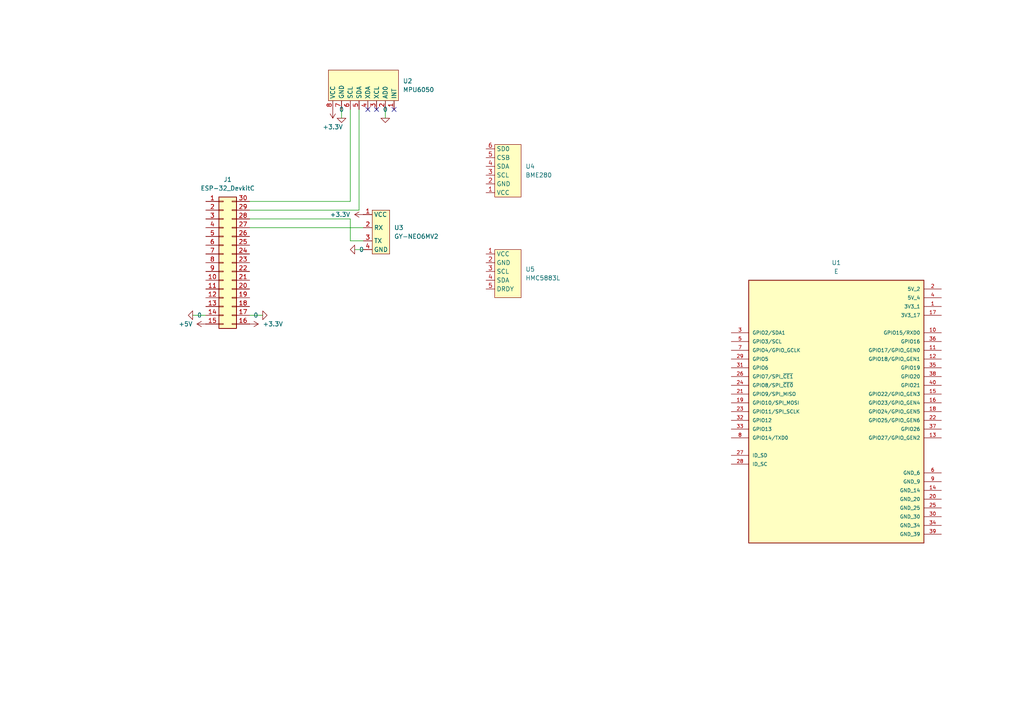
<source format=kicad_sch>
(kicad_sch
	(version 20250114)
	(generator "eeschema")
	(generator_version "9.0")
	(uuid "55e330e9-993a-4560-8214-1fd00c179192")
	(paper "A4")
	(lib_symbols
		(symbol "BME280:BME280m"
			(exclude_from_sim no)
			(in_bom yes)
			(on_board yes)
			(property "Reference" "U"
				(at 0 0 0)
				(effects
					(font
						(size 1.27 1.27)
					)
				)
			)
			(property "Value" "BME280"
				(at 0 0 0)
				(effects
					(font
						(size 1.27 1.27)
					)
				)
			)
			(property "Footprint" "BME280_module:BME280_footprint"
				(at 0 0 0)
				(effects
					(font
						(size 1.27 1.27)
					)
					(hide yes)
				)
			)
			(property "Datasheet" ""
				(at 0 0 0)
				(effects
					(font
						(size 1.27 1.27)
					)
					(hide yes)
				)
			)
			(property "Description" ""
				(at 0 0 0)
				(effects
					(font
						(size 1.27 1.27)
					)
					(hide yes)
				)
			)
			(symbol "BME280m_1_1"
				(rectangle
					(start -7.62 -2.54)
					(end 0 -17.78)
					(stroke
						(width 0)
						(type solid)
					)
					(fill
						(type background)
					)
				)
				(pin power_in line
					(at 2.54 -3.81 180)
					(length 2.54)
					(name "VCC"
						(effects
							(font
								(size 1.27 1.27)
							)
						)
					)
					(number "1"
						(effects
							(font
								(size 1.27 1.27)
							)
						)
					)
				)
				(pin output line
					(at 2.54 -6.35 180)
					(length 2.54)
					(name "GND"
						(effects
							(font
								(size 1.27 1.27)
							)
						)
					)
					(number "2"
						(effects
							(font
								(size 1.27 1.27)
							)
						)
					)
				)
				(pin input line
					(at 2.54 -8.89 180)
					(length 2.54)
					(name "SCL"
						(effects
							(font
								(size 1.27 1.27)
							)
						)
					)
					(number "3"
						(effects
							(font
								(size 1.27 1.27)
							)
						)
					)
				)
				(pin bidirectional line
					(at 2.54 -11.43 180)
					(length 2.54)
					(name "SDA"
						(effects
							(font
								(size 1.27 1.27)
							)
						)
					)
					(number "4"
						(effects
							(font
								(size 1.27 1.27)
							)
						)
					)
				)
				(pin input line
					(at 2.54 -13.97 180)
					(length 2.54)
					(name "CSB"
						(effects
							(font
								(size 1.27 1.27)
							)
						)
					)
					(number "5"
						(effects
							(font
								(size 1.27 1.27)
							)
						)
					)
				)
				(pin output line
					(at 2.54 -16.51 180)
					(length 2.54)
					(name "SD0"
						(effects
							(font
								(size 1.27 1.27)
							)
						)
					)
					(number "6"
						(effects
							(font
								(size 1.27 1.27)
							)
						)
					)
				)
			)
			(embedded_fonts no)
		)
		(symbol "Connector_Generic:Conn_02x15_Counter_Clockwise"
			(pin_names
				(offset 1.016)
				(hide yes)
			)
			(exclude_from_sim no)
			(in_bom yes)
			(on_board yes)
			(property "Reference" "J"
				(at 1.27 20.32 0)
				(effects
					(font
						(size 1.27 1.27)
					)
				)
			)
			(property "Value" "Conn_02x15_Counter_Clockwise"
				(at 1.27 -20.32 0)
				(effects
					(font
						(size 1.27 1.27)
					)
				)
			)
			(property "Footprint" ""
				(at 0 0 0)
				(effects
					(font
						(size 1.27 1.27)
					)
					(hide yes)
				)
			)
			(property "Datasheet" "~"
				(at 0 0 0)
				(effects
					(font
						(size 1.27 1.27)
					)
					(hide yes)
				)
			)
			(property "Description" "Generic connector, double row, 02x15, counter clockwise pin numbering scheme (similar to DIP package numbering), script generated (kicad-library-utils/schlib/autogen/connector/)"
				(at 0 0 0)
				(effects
					(font
						(size 1.27 1.27)
					)
					(hide yes)
				)
			)
			(property "ki_keywords" "connector"
				(at 0 0 0)
				(effects
					(font
						(size 1.27 1.27)
					)
					(hide yes)
				)
			)
			(property "ki_fp_filters" "Connector*:*_2x??_*"
				(at 0 0 0)
				(effects
					(font
						(size 1.27 1.27)
					)
					(hide yes)
				)
			)
			(symbol "Conn_02x15_Counter_Clockwise_1_1"
				(rectangle
					(start -1.27 19.05)
					(end 3.81 -19.05)
					(stroke
						(width 0.254)
						(type default)
					)
					(fill
						(type background)
					)
				)
				(rectangle
					(start -1.27 17.907)
					(end 0 17.653)
					(stroke
						(width 0.1524)
						(type default)
					)
					(fill
						(type none)
					)
				)
				(rectangle
					(start -1.27 15.367)
					(end 0 15.113)
					(stroke
						(width 0.1524)
						(type default)
					)
					(fill
						(type none)
					)
				)
				(rectangle
					(start -1.27 12.827)
					(end 0 12.573)
					(stroke
						(width 0.1524)
						(type default)
					)
					(fill
						(type none)
					)
				)
				(rectangle
					(start -1.27 10.287)
					(end 0 10.033)
					(stroke
						(width 0.1524)
						(type default)
					)
					(fill
						(type none)
					)
				)
				(rectangle
					(start -1.27 7.747)
					(end 0 7.493)
					(stroke
						(width 0.1524)
						(type default)
					)
					(fill
						(type none)
					)
				)
				(rectangle
					(start -1.27 5.207)
					(end 0 4.953)
					(stroke
						(width 0.1524)
						(type default)
					)
					(fill
						(type none)
					)
				)
				(rectangle
					(start -1.27 2.667)
					(end 0 2.413)
					(stroke
						(width 0.1524)
						(type default)
					)
					(fill
						(type none)
					)
				)
				(rectangle
					(start -1.27 0.127)
					(end 0 -0.127)
					(stroke
						(width 0.1524)
						(type default)
					)
					(fill
						(type none)
					)
				)
				(rectangle
					(start -1.27 -2.413)
					(end 0 -2.667)
					(stroke
						(width 0.1524)
						(type default)
					)
					(fill
						(type none)
					)
				)
				(rectangle
					(start -1.27 -4.953)
					(end 0 -5.207)
					(stroke
						(width 0.1524)
						(type default)
					)
					(fill
						(type none)
					)
				)
				(rectangle
					(start -1.27 -7.493)
					(end 0 -7.747)
					(stroke
						(width 0.1524)
						(type default)
					)
					(fill
						(type none)
					)
				)
				(rectangle
					(start -1.27 -10.033)
					(end 0 -10.287)
					(stroke
						(width 0.1524)
						(type default)
					)
					(fill
						(type none)
					)
				)
				(rectangle
					(start -1.27 -12.573)
					(end 0 -12.827)
					(stroke
						(width 0.1524)
						(type default)
					)
					(fill
						(type none)
					)
				)
				(rectangle
					(start -1.27 -15.113)
					(end 0 -15.367)
					(stroke
						(width 0.1524)
						(type default)
					)
					(fill
						(type none)
					)
				)
				(rectangle
					(start -1.27 -17.653)
					(end 0 -17.907)
					(stroke
						(width 0.1524)
						(type default)
					)
					(fill
						(type none)
					)
				)
				(rectangle
					(start 3.81 17.907)
					(end 2.54 17.653)
					(stroke
						(width 0.1524)
						(type default)
					)
					(fill
						(type none)
					)
				)
				(rectangle
					(start 3.81 15.367)
					(end 2.54 15.113)
					(stroke
						(width 0.1524)
						(type default)
					)
					(fill
						(type none)
					)
				)
				(rectangle
					(start 3.81 12.827)
					(end 2.54 12.573)
					(stroke
						(width 0.1524)
						(type default)
					)
					(fill
						(type none)
					)
				)
				(rectangle
					(start 3.81 10.287)
					(end 2.54 10.033)
					(stroke
						(width 0.1524)
						(type default)
					)
					(fill
						(type none)
					)
				)
				(rectangle
					(start 3.81 7.747)
					(end 2.54 7.493)
					(stroke
						(width 0.1524)
						(type default)
					)
					(fill
						(type none)
					)
				)
				(rectangle
					(start 3.81 5.207)
					(end 2.54 4.953)
					(stroke
						(width 0.1524)
						(type default)
					)
					(fill
						(type none)
					)
				)
				(rectangle
					(start 3.81 2.667)
					(end 2.54 2.413)
					(stroke
						(width 0.1524)
						(type default)
					)
					(fill
						(type none)
					)
				)
				(rectangle
					(start 3.81 0.127)
					(end 2.54 -0.127)
					(stroke
						(width 0.1524)
						(type default)
					)
					(fill
						(type none)
					)
				)
				(rectangle
					(start 3.81 -2.413)
					(end 2.54 -2.667)
					(stroke
						(width 0.1524)
						(type default)
					)
					(fill
						(type none)
					)
				)
				(rectangle
					(start 3.81 -4.953)
					(end 2.54 -5.207)
					(stroke
						(width 0.1524)
						(type default)
					)
					(fill
						(type none)
					)
				)
				(rectangle
					(start 3.81 -7.493)
					(end 2.54 -7.747)
					(stroke
						(width 0.1524)
						(type default)
					)
					(fill
						(type none)
					)
				)
				(rectangle
					(start 3.81 -10.033)
					(end 2.54 -10.287)
					(stroke
						(width 0.1524)
						(type default)
					)
					(fill
						(type none)
					)
				)
				(rectangle
					(start 3.81 -12.573)
					(end 2.54 -12.827)
					(stroke
						(width 0.1524)
						(type default)
					)
					(fill
						(type none)
					)
				)
				(rectangle
					(start 3.81 -15.113)
					(end 2.54 -15.367)
					(stroke
						(width 0.1524)
						(type default)
					)
					(fill
						(type none)
					)
				)
				(rectangle
					(start 3.81 -17.653)
					(end 2.54 -17.907)
					(stroke
						(width 0.1524)
						(type default)
					)
					(fill
						(type none)
					)
				)
				(pin passive line
					(at -5.08 17.78 0)
					(length 3.81)
					(name "Pin_1"
						(effects
							(font
								(size 1.27 1.27)
							)
						)
					)
					(number "1"
						(effects
							(font
								(size 1.27 1.27)
							)
						)
					)
				)
				(pin passive line
					(at -5.08 15.24 0)
					(length 3.81)
					(name "Pin_2"
						(effects
							(font
								(size 1.27 1.27)
							)
						)
					)
					(number "2"
						(effects
							(font
								(size 1.27 1.27)
							)
						)
					)
				)
				(pin passive line
					(at -5.08 12.7 0)
					(length 3.81)
					(name "Pin_3"
						(effects
							(font
								(size 1.27 1.27)
							)
						)
					)
					(number "3"
						(effects
							(font
								(size 1.27 1.27)
							)
						)
					)
				)
				(pin passive line
					(at -5.08 10.16 0)
					(length 3.81)
					(name "Pin_4"
						(effects
							(font
								(size 1.27 1.27)
							)
						)
					)
					(number "4"
						(effects
							(font
								(size 1.27 1.27)
							)
						)
					)
				)
				(pin passive line
					(at -5.08 7.62 0)
					(length 3.81)
					(name "Pin_5"
						(effects
							(font
								(size 1.27 1.27)
							)
						)
					)
					(number "5"
						(effects
							(font
								(size 1.27 1.27)
							)
						)
					)
				)
				(pin passive line
					(at -5.08 5.08 0)
					(length 3.81)
					(name "Pin_6"
						(effects
							(font
								(size 1.27 1.27)
							)
						)
					)
					(number "6"
						(effects
							(font
								(size 1.27 1.27)
							)
						)
					)
				)
				(pin passive line
					(at -5.08 2.54 0)
					(length 3.81)
					(name "Pin_7"
						(effects
							(font
								(size 1.27 1.27)
							)
						)
					)
					(number "7"
						(effects
							(font
								(size 1.27 1.27)
							)
						)
					)
				)
				(pin passive line
					(at -5.08 0 0)
					(length 3.81)
					(name "Pin_8"
						(effects
							(font
								(size 1.27 1.27)
							)
						)
					)
					(number "8"
						(effects
							(font
								(size 1.27 1.27)
							)
						)
					)
				)
				(pin passive line
					(at -5.08 -2.54 0)
					(length 3.81)
					(name "Pin_9"
						(effects
							(font
								(size 1.27 1.27)
							)
						)
					)
					(number "9"
						(effects
							(font
								(size 1.27 1.27)
							)
						)
					)
				)
				(pin passive line
					(at -5.08 -5.08 0)
					(length 3.81)
					(name "Pin_10"
						(effects
							(font
								(size 1.27 1.27)
							)
						)
					)
					(number "10"
						(effects
							(font
								(size 1.27 1.27)
							)
						)
					)
				)
				(pin passive line
					(at -5.08 -7.62 0)
					(length 3.81)
					(name "Pin_11"
						(effects
							(font
								(size 1.27 1.27)
							)
						)
					)
					(number "11"
						(effects
							(font
								(size 1.27 1.27)
							)
						)
					)
				)
				(pin passive line
					(at -5.08 -10.16 0)
					(length 3.81)
					(name "Pin_12"
						(effects
							(font
								(size 1.27 1.27)
							)
						)
					)
					(number "12"
						(effects
							(font
								(size 1.27 1.27)
							)
						)
					)
				)
				(pin passive line
					(at -5.08 -12.7 0)
					(length 3.81)
					(name "Pin_13"
						(effects
							(font
								(size 1.27 1.27)
							)
						)
					)
					(number "13"
						(effects
							(font
								(size 1.27 1.27)
							)
						)
					)
				)
				(pin passive line
					(at -5.08 -15.24 0)
					(length 3.81)
					(name "Pin_14"
						(effects
							(font
								(size 1.27 1.27)
							)
						)
					)
					(number "14"
						(effects
							(font
								(size 1.27 1.27)
							)
						)
					)
				)
				(pin passive line
					(at -5.08 -17.78 0)
					(length 3.81)
					(name "Pin_15"
						(effects
							(font
								(size 1.27 1.27)
							)
						)
					)
					(number "15"
						(effects
							(font
								(size 1.27 1.27)
							)
						)
					)
				)
				(pin passive line
					(at 7.62 17.78 180)
					(length 3.81)
					(name "Pin_30"
						(effects
							(font
								(size 1.27 1.27)
							)
						)
					)
					(number "30"
						(effects
							(font
								(size 1.27 1.27)
							)
						)
					)
				)
				(pin passive line
					(at 7.62 15.24 180)
					(length 3.81)
					(name "Pin_29"
						(effects
							(font
								(size 1.27 1.27)
							)
						)
					)
					(number "29"
						(effects
							(font
								(size 1.27 1.27)
							)
						)
					)
				)
				(pin passive line
					(at 7.62 12.7 180)
					(length 3.81)
					(name "Pin_28"
						(effects
							(font
								(size 1.27 1.27)
							)
						)
					)
					(number "28"
						(effects
							(font
								(size 1.27 1.27)
							)
						)
					)
				)
				(pin passive line
					(at 7.62 10.16 180)
					(length 3.81)
					(name "Pin_27"
						(effects
							(font
								(size 1.27 1.27)
							)
						)
					)
					(number "27"
						(effects
							(font
								(size 1.27 1.27)
							)
						)
					)
				)
				(pin passive line
					(at 7.62 7.62 180)
					(length 3.81)
					(name "Pin_26"
						(effects
							(font
								(size 1.27 1.27)
							)
						)
					)
					(number "26"
						(effects
							(font
								(size 1.27 1.27)
							)
						)
					)
				)
				(pin passive line
					(at 7.62 5.08 180)
					(length 3.81)
					(name "Pin_25"
						(effects
							(font
								(size 1.27 1.27)
							)
						)
					)
					(number "25"
						(effects
							(font
								(size 1.27 1.27)
							)
						)
					)
				)
				(pin passive line
					(at 7.62 2.54 180)
					(length 3.81)
					(name "Pin_24"
						(effects
							(font
								(size 1.27 1.27)
							)
						)
					)
					(number "24"
						(effects
							(font
								(size 1.27 1.27)
							)
						)
					)
				)
				(pin passive line
					(at 7.62 0 180)
					(length 3.81)
					(name "Pin_23"
						(effects
							(font
								(size 1.27 1.27)
							)
						)
					)
					(number "23"
						(effects
							(font
								(size 1.27 1.27)
							)
						)
					)
				)
				(pin passive line
					(at 7.62 -2.54 180)
					(length 3.81)
					(name "Pin_22"
						(effects
							(font
								(size 1.27 1.27)
							)
						)
					)
					(number "22"
						(effects
							(font
								(size 1.27 1.27)
							)
						)
					)
				)
				(pin passive line
					(at 7.62 -5.08 180)
					(length 3.81)
					(name "Pin_21"
						(effects
							(font
								(size 1.27 1.27)
							)
						)
					)
					(number "21"
						(effects
							(font
								(size 1.27 1.27)
							)
						)
					)
				)
				(pin passive line
					(at 7.62 -7.62 180)
					(length 3.81)
					(name "Pin_20"
						(effects
							(font
								(size 1.27 1.27)
							)
						)
					)
					(number "20"
						(effects
							(font
								(size 1.27 1.27)
							)
						)
					)
				)
				(pin passive line
					(at 7.62 -10.16 180)
					(length 3.81)
					(name "Pin_19"
						(effects
							(font
								(size 1.27 1.27)
							)
						)
					)
					(number "19"
						(effects
							(font
								(size 1.27 1.27)
							)
						)
					)
				)
				(pin passive line
					(at 7.62 -12.7 180)
					(length 3.81)
					(name "Pin_18"
						(effects
							(font
								(size 1.27 1.27)
							)
						)
					)
					(number "18"
						(effects
							(font
								(size 1.27 1.27)
							)
						)
					)
				)
				(pin passive line
					(at 7.62 -15.24 180)
					(length 3.81)
					(name "Pin_17"
						(effects
							(font
								(size 1.27 1.27)
							)
						)
					)
					(number "17"
						(effects
							(font
								(size 1.27 1.27)
							)
						)
					)
				)
				(pin passive line
					(at 7.62 -17.78 180)
					(length 3.81)
					(name "Pin_16"
						(effects
							(font
								(size 1.27 1.27)
							)
						)
					)
					(number "16"
						(effects
							(font
								(size 1.27 1.27)
							)
						)
					)
				)
			)
			(embedded_fonts no)
		)
		(symbol "GY-NEO6MV2:GY-NEO6MV2m"
			(exclude_from_sim no)
			(in_bom yes)
			(on_board yes)
			(property "Reference" "U"
				(at 0 0 0)
				(effects
					(font
						(size 1.27 1.27)
					)
				)
			)
			(property "Value" ""
				(at 0 0 0)
				(effects
					(font
						(size 1.27 1.27)
					)
				)
			)
			(property "Footprint" "GY-NEO6MV2_footprint:GY-NEO6MV2foot"
				(at 0 0 0)
				(effects
					(font
						(size 1.27 1.27)
					)
					(hide yes)
				)
			)
			(property "Datasheet" ""
				(at 0 0 0)
				(effects
					(font
						(size 1.27 1.27)
					)
					(hide yes)
				)
			)
			(property "Description" ""
				(at 0 0 0)
				(effects
					(font
						(size 1.27 1.27)
					)
					(hide yes)
				)
			)
			(symbol "GY-NEO6MV2m_1_1"
				(rectangle
					(start -6.35 -2.54)
					(end 6.35 -7.62)
					(stroke
						(width 0)
						(type solid)
					)
					(fill
						(type background)
					)
				)
				(pin power_in line
					(at -5.08 -10.16 90)
					(length 2.54)
					(name "VCC"
						(effects
							(font
								(size 1.27 1.27)
							)
						)
					)
					(number "1"
						(effects
							(font
								(size 1.27 1.27)
							)
						)
					)
				)
				(pin input line
					(at -1.27 -10.16 90)
					(length 2.54)
					(name "RX"
						(effects
							(font
								(size 1.27 1.27)
							)
						)
					)
					(number "2"
						(effects
							(font
								(size 1.27 1.27)
							)
						)
					)
				)
				(pin output line
					(at 2.54 -10.16 90)
					(length 2.54)
					(name "TX"
						(effects
							(font
								(size 1.27 1.27)
							)
						)
					)
					(number "3"
						(effects
							(font
								(size 1.27 1.27)
							)
						)
					)
				)
				(pin output line
					(at 5.08 -10.16 90)
					(length 2.54)
					(name "GND"
						(effects
							(font
								(size 1.27 1.27)
							)
						)
					)
					(number "4"
						(effects
							(font
								(size 1.27 1.27)
							)
						)
					)
				)
			)
			(embedded_fonts no)
		)
		(symbol "HMC5883L_module:HMC5883Lm"
			(exclude_from_sim no)
			(in_bom yes)
			(on_board yes)
			(property "Reference" "U"
				(at 0 0 0)
				(effects
					(font
						(size 1.27 1.27)
					)
				)
			)
			(property "Value" "HMC5883L"
				(at 0 0 0)
				(effects
					(font
						(size 1.27 1.27)
					)
				)
			)
			(property "Footprint" "HMC5883L:HMC5883L_footprint"
				(at 0 0 0)
				(effects
					(font
						(size 1.27 1.27)
					)
					(hide yes)
				)
			)
			(property "Datasheet" ""
				(at 0 0 0)
				(effects
					(font
						(size 1.27 1.27)
					)
					(hide yes)
				)
			)
			(property "Description" ""
				(at 0 0 0)
				(effects
					(font
						(size 1.27 1.27)
					)
					(hide yes)
				)
			)
			(symbol "HMC5883Lm_1_1"
				(rectangle
					(start 0 -2.54)
					(end 7.62 -16.51)
					(stroke
						(width 0)
						(type solid)
					)
					(fill
						(type background)
					)
				)
				(pin input line
					(at -2.54 -3.81 0)
					(length 2.54)
					(name "VCC"
						(effects
							(font
								(size 1.27 1.27)
							)
						)
					)
					(number "1"
						(effects
							(font
								(size 1.27 1.27)
							)
						)
					)
				)
				(pin output line
					(at -2.54 -6.35 0)
					(length 2.54)
					(name "GND"
						(effects
							(font
								(size 1.27 1.27)
							)
						)
					)
					(number "2"
						(effects
							(font
								(size 1.27 1.27)
							)
						)
					)
				)
				(pin input line
					(at -2.54 -8.89 0)
					(length 2.54)
					(name "SCL"
						(effects
							(font
								(size 1.27 1.27)
							)
						)
					)
					(number "3"
						(effects
							(font
								(size 1.27 1.27)
							)
						)
					)
				)
				(pin bidirectional line
					(at -2.54 -11.43 0)
					(length 2.54)
					(name "SDA"
						(effects
							(font
								(size 1.27 1.27)
							)
						)
					)
					(number "4"
						(effects
							(font
								(size 1.27 1.27)
							)
						)
					)
				)
				(pin output line
					(at -2.54 -13.97 0)
					(length 2.54)
					(name "DRDY"
						(effects
							(font
								(size 1.27 1.27)
							)
						)
					)
					(number "5"
						(effects
							(font
								(size 1.27 1.27)
							)
						)
					)
				)
			)
			(embedded_fonts no)
		)
		(symbol "MPU6050_module:MPU6050m"
			(exclude_from_sim no)
			(in_bom yes)
			(on_board yes)
			(property "Reference" "U"
				(at 0 0 0)
				(effects
					(font
						(size 1.27 1.27)
					)
				)
			)
			(property "Value" ""
				(at 0 0 0)
				(effects
					(font
						(size 1.27 1.27)
					)
				)
			)
			(property "Footprint" "MPU6050_footprint:MPU6050foot"
				(at 0 0 0)
				(effects
					(font
						(size 1.27 1.27)
					)
					(hide yes)
				)
			)
			(property "Datasheet" ""
				(at 0 0 0)
				(effects
					(font
						(size 1.27 1.27)
					)
					(hide yes)
				)
			)
			(property "Description" ""
				(at 0 0 0)
				(effects
					(font
						(size 1.27 1.27)
					)
					(hide yes)
				)
			)
			(symbol "MPU6050m_1_1"
				(rectangle
					(start -2.54 -3.81)
					(end 6.35 -24.13)
					(stroke
						(width 0)
						(type solid)
					)
					(fill
						(type background)
					)
				)
				(pin power_in line
					(at -5.08 -5.08 0)
					(length 2.54)
					(name "VCC"
						(effects
							(font
								(size 1.27 1.27)
							)
						)
					)
					(number "8"
						(effects
							(font
								(size 1.27 1.27)
							)
						)
					)
				)
				(pin output line
					(at -5.08 -7.62 0)
					(length 2.54)
					(name "GND"
						(effects
							(font
								(size 1.27 1.27)
							)
						)
					)
					(number "7"
						(effects
							(font
								(size 1.27 1.27)
							)
						)
					)
				)
				(pin input line
					(at -5.08 -10.16 0)
					(length 2.54)
					(name "SCL"
						(effects
							(font
								(size 1.27 1.27)
							)
						)
					)
					(number "6"
						(effects
							(font
								(size 1.27 1.27)
							)
						)
					)
				)
				(pin bidirectional line
					(at -5.08 -12.7 0)
					(length 2.54)
					(name "SDA"
						(effects
							(font
								(size 1.27 1.27)
							)
						)
					)
					(number "5"
						(effects
							(font
								(size 1.27 1.27)
							)
						)
					)
				)
				(pin bidirectional line
					(at -5.08 -15.24 0)
					(length 2.54)
					(name "XDA"
						(effects
							(font
								(size 1.27 1.27)
							)
						)
					)
					(number "4"
						(effects
							(font
								(size 1.27 1.27)
							)
						)
					)
				)
				(pin output line
					(at -5.08 -17.78 0)
					(length 2.54)
					(name "XCL"
						(effects
							(font
								(size 1.27 1.27)
							)
						)
					)
					(number "3"
						(effects
							(font
								(size 1.27 1.27)
							)
						)
					)
				)
				(pin input line
					(at -5.08 -20.32 0)
					(length 2.54)
					(name "AD0"
						(effects
							(font
								(size 1.27 1.27)
							)
						)
					)
					(number "2"
						(effects
							(font
								(size 1.27 1.27)
							)
						)
					)
				)
				(pin output line
					(at -5.08 -22.86 0)
					(length 2.54)
					(name "INT"
						(effects
							(font
								(size 1.27 1.27)
							)
						)
					)
					(number "1"
						(effects
							(font
								(size 1.27 1.27)
							)
						)
					)
				)
			)
			(embedded_fonts no)
		)
		(symbol "Rasberry Pi 0W:SC0065"
			(pin_names
				(offset 1.016)
			)
			(exclude_from_sim no)
			(in_bom yes)
			(on_board yes)
			(property "Reference" "U"
				(at -25.42 39.3962 0)
				(effects
					(font
						(size 1.27 1.27)
					)
					(justify left bottom)
				)
			)
			(property "Value" "SC0065"
				(at -25.4191 -40.6687 0)
				(effects
					(font
						(size 1.27 1.27)
					)
					(justify left bottom)
				)
			)
			(property "Footprint" "SC0065:MODULE_SC0065"
				(at 0 0 0)
				(effects
					(font
						(size 1.27 1.27)
					)
					(justify bottom)
					(hide yes)
				)
			)
			(property "Datasheet" ""
				(at 0 0 0)
				(effects
					(font
						(size 1.27 1.27)
					)
					(hide yes)
				)
			)
			(property "Description" ""
				(at 0 0 0)
				(effects
					(font
						(size 1.27 1.27)
					)
					(hide yes)
				)
			)
			(property "MF" "Raspberry Pi"
				(at 0 0 0)
				(effects
					(font
						(size 1.27 1.27)
					)
					(justify bottom)
					(hide yes)
				)
			)
			(property "Description_1" "The Raspberry Pi Zero with headers SC0065 single board computer is an ultra-compact embedded computer featuring a 1GHz Broadcom BCM2835 ARM1176JZF-S processor and 512MB of RAM. With 40 digital I/O lines and expansion capabilities including Wi-Fi, this SBC offers versatile connectivity options. Measuring just 2.559 x 1.811, it supports microSD storage and includes micro USB (OTG) and video outputs such as Composite, CSI, and Mini HDMI."
				(at 0 0 0)
				(effects
					(font
						(size 1.27 1.27)
					)
					(justify bottom)
					(hide yes)
				)
			)
			(property "Package" "None"
				(at 0 0 0)
				(effects
					(font
						(size 1.27 1.27)
					)
					(justify bottom)
					(hide yes)
				)
			)
			(property "Price" "None"
				(at 0 0 0)
				(effects
					(font
						(size 1.27 1.27)
					)
					(justify bottom)
					(hide yes)
				)
			)
			(property "Check_prices" "https://www.snapeda.com/parts/SC0065/Raspberry+Pi/view-part/?ref=eda"
				(at 0 0 0)
				(effects
					(font
						(size 1.27 1.27)
					)
					(justify bottom)
					(hide yes)
				)
			)
			(property "STANDARD" "Manufacturer Recommendations"
				(at 0 0 0)
				(effects
					(font
						(size 1.27 1.27)
					)
					(justify bottom)
					(hide yes)
				)
			)
			(property "PARTREV" "April 2024"
				(at 0 0 0)
				(effects
					(font
						(size 1.27 1.27)
					)
					(justify bottom)
					(hide yes)
				)
			)
			(property "SnapEDA_Link" "https://www.snapeda.com/parts/SC0065/Raspberry+Pi/view-part/?ref=snap"
				(at 0 0 0)
				(effects
					(font
						(size 1.27 1.27)
					)
					(justify bottom)
					(hide yes)
				)
			)
			(property "MP" "SC0065"
				(at 0 0 0)
				(effects
					(font
						(size 1.27 1.27)
					)
					(justify bottom)
					(hide yes)
				)
			)
			(property "Availability" "In Stock"
				(at 0 0 0)
				(effects
					(font
						(size 1.27 1.27)
					)
					(justify bottom)
					(hide yes)
				)
			)
			(property "MANUFACTURER" "Raspberry Pi"
				(at 0 0 0)
				(effects
					(font
						(size 1.27 1.27)
					)
					(justify bottom)
					(hide yes)
				)
			)
			(symbol "SC0065_0_0"
				(rectangle
					(start -25.4 -38.1)
					(end 25.4 38.1)
					(stroke
						(width 0.254)
						(type default)
					)
					(fill
						(type background)
					)
				)
				(pin bidirectional line
					(at -30.48 22.86 0)
					(length 5.08)
					(name "GPIO2/SDA1"
						(effects
							(font
								(size 1.016 1.016)
							)
						)
					)
					(number "3"
						(effects
							(font
								(size 1.016 1.016)
							)
						)
					)
				)
				(pin bidirectional line
					(at -30.48 20.32 0)
					(length 5.08)
					(name "GPIO3/SCL"
						(effects
							(font
								(size 1.016 1.016)
							)
						)
					)
					(number "5"
						(effects
							(font
								(size 1.016 1.016)
							)
						)
					)
				)
				(pin bidirectional line
					(at -30.48 17.78 0)
					(length 5.08)
					(name "GPIO4/GPIO_GCLK"
						(effects
							(font
								(size 1.016 1.016)
							)
						)
					)
					(number "7"
						(effects
							(font
								(size 1.016 1.016)
							)
						)
					)
				)
				(pin bidirectional line
					(at -30.48 15.24 0)
					(length 5.08)
					(name "GPIO5"
						(effects
							(font
								(size 1.016 1.016)
							)
						)
					)
					(number "29"
						(effects
							(font
								(size 1.016 1.016)
							)
						)
					)
				)
				(pin bidirectional line
					(at -30.48 12.7 0)
					(length 5.08)
					(name "GPIO6"
						(effects
							(font
								(size 1.016 1.016)
							)
						)
					)
					(number "31"
						(effects
							(font
								(size 1.016 1.016)
							)
						)
					)
				)
				(pin bidirectional line
					(at -30.48 10.16 0)
					(length 5.08)
					(name "GPIO7/SPI_~{CE1}"
						(effects
							(font
								(size 1.016 1.016)
							)
						)
					)
					(number "26"
						(effects
							(font
								(size 1.016 1.016)
							)
						)
					)
				)
				(pin bidirectional line
					(at -30.48 7.62 0)
					(length 5.08)
					(name "GPIO8/SPI_~{CE0}"
						(effects
							(font
								(size 1.016 1.016)
							)
						)
					)
					(number "24"
						(effects
							(font
								(size 1.016 1.016)
							)
						)
					)
				)
				(pin bidirectional line
					(at -30.48 5.08 0)
					(length 5.08)
					(name "GPIO9/SPI_MISO"
						(effects
							(font
								(size 1.016 1.016)
							)
						)
					)
					(number "21"
						(effects
							(font
								(size 1.016 1.016)
							)
						)
					)
				)
				(pin bidirectional line
					(at -30.48 2.54 0)
					(length 5.08)
					(name "GPIO10/SPI_MOSI"
						(effects
							(font
								(size 1.016 1.016)
							)
						)
					)
					(number "19"
						(effects
							(font
								(size 1.016 1.016)
							)
						)
					)
				)
				(pin bidirectional line
					(at -30.48 0 0)
					(length 5.08)
					(name "GPIO11/SPI_SCLK"
						(effects
							(font
								(size 1.016 1.016)
							)
						)
					)
					(number "23"
						(effects
							(font
								(size 1.016 1.016)
							)
						)
					)
				)
				(pin bidirectional line
					(at -30.48 -2.54 0)
					(length 5.08)
					(name "GPIO12"
						(effects
							(font
								(size 1.016 1.016)
							)
						)
					)
					(number "32"
						(effects
							(font
								(size 1.016 1.016)
							)
						)
					)
				)
				(pin bidirectional line
					(at -30.48 -5.08 0)
					(length 5.08)
					(name "GPIO13"
						(effects
							(font
								(size 1.016 1.016)
							)
						)
					)
					(number "33"
						(effects
							(font
								(size 1.016 1.016)
							)
						)
					)
				)
				(pin bidirectional line
					(at -30.48 -7.62 0)
					(length 5.08)
					(name "GPIO14/TXD0"
						(effects
							(font
								(size 1.016 1.016)
							)
						)
					)
					(number "8"
						(effects
							(font
								(size 1.016 1.016)
							)
						)
					)
				)
				(pin bidirectional line
					(at -30.48 -12.7 0)
					(length 5.08)
					(name "ID_SD"
						(effects
							(font
								(size 1.016 1.016)
							)
						)
					)
					(number "27"
						(effects
							(font
								(size 1.016 1.016)
							)
						)
					)
				)
				(pin bidirectional line
					(at -30.48 -15.24 0)
					(length 5.08)
					(name "ID_SC"
						(effects
							(font
								(size 1.016 1.016)
							)
						)
					)
					(number "28"
						(effects
							(font
								(size 1.016 1.016)
							)
						)
					)
				)
				(pin power_in line
					(at 30.48 35.56 180)
					(length 5.08)
					(name "5V_2"
						(effects
							(font
								(size 1.016 1.016)
							)
						)
					)
					(number "2"
						(effects
							(font
								(size 1.016 1.016)
							)
						)
					)
				)
				(pin power_in line
					(at 30.48 33.02 180)
					(length 5.08)
					(name "5V_4"
						(effects
							(font
								(size 1.016 1.016)
							)
						)
					)
					(number "4"
						(effects
							(font
								(size 1.016 1.016)
							)
						)
					)
				)
				(pin power_in line
					(at 30.48 30.48 180)
					(length 5.08)
					(name "3V3_1"
						(effects
							(font
								(size 1.016 1.016)
							)
						)
					)
					(number "1"
						(effects
							(font
								(size 1.016 1.016)
							)
						)
					)
				)
				(pin power_in line
					(at 30.48 27.94 180)
					(length 5.08)
					(name "3V3_17"
						(effects
							(font
								(size 1.016 1.016)
							)
						)
					)
					(number "17"
						(effects
							(font
								(size 1.016 1.016)
							)
						)
					)
				)
				(pin bidirectional line
					(at 30.48 22.86 180)
					(length 5.08)
					(name "GPIO15/RXD0"
						(effects
							(font
								(size 1.016 1.016)
							)
						)
					)
					(number "10"
						(effects
							(font
								(size 1.016 1.016)
							)
						)
					)
				)
				(pin bidirectional line
					(at 30.48 20.32 180)
					(length 5.08)
					(name "GPIO16"
						(effects
							(font
								(size 1.016 1.016)
							)
						)
					)
					(number "36"
						(effects
							(font
								(size 1.016 1.016)
							)
						)
					)
				)
				(pin bidirectional line
					(at 30.48 17.78 180)
					(length 5.08)
					(name "GPIO17/GPIO_GEN0"
						(effects
							(font
								(size 1.016 1.016)
							)
						)
					)
					(number "11"
						(effects
							(font
								(size 1.016 1.016)
							)
						)
					)
				)
				(pin bidirectional line
					(at 30.48 15.24 180)
					(length 5.08)
					(name "GPIO18/GPIO_GEN1"
						(effects
							(font
								(size 1.016 1.016)
							)
						)
					)
					(number "12"
						(effects
							(font
								(size 1.016 1.016)
							)
						)
					)
				)
				(pin bidirectional line
					(at 30.48 12.7 180)
					(length 5.08)
					(name "GPIO19"
						(effects
							(font
								(size 1.016 1.016)
							)
						)
					)
					(number "35"
						(effects
							(font
								(size 1.016 1.016)
							)
						)
					)
				)
				(pin bidirectional line
					(at 30.48 10.16 180)
					(length 5.08)
					(name "GPIO20"
						(effects
							(font
								(size 1.016 1.016)
							)
						)
					)
					(number "38"
						(effects
							(font
								(size 1.016 1.016)
							)
						)
					)
				)
				(pin bidirectional line
					(at 30.48 7.62 180)
					(length 5.08)
					(name "GPIO21"
						(effects
							(font
								(size 1.016 1.016)
							)
						)
					)
					(number "40"
						(effects
							(font
								(size 1.016 1.016)
							)
						)
					)
				)
				(pin bidirectional line
					(at 30.48 5.08 180)
					(length 5.08)
					(name "GPIO22/GPIO_GEN3"
						(effects
							(font
								(size 1.016 1.016)
							)
						)
					)
					(number "15"
						(effects
							(font
								(size 1.016 1.016)
							)
						)
					)
				)
				(pin bidirectional line
					(at 30.48 2.54 180)
					(length 5.08)
					(name "GPIO23/GPIO_GEN4"
						(effects
							(font
								(size 1.016 1.016)
							)
						)
					)
					(number "16"
						(effects
							(font
								(size 1.016 1.016)
							)
						)
					)
				)
				(pin bidirectional line
					(at 30.48 0 180)
					(length 5.08)
					(name "GPIO24/GPIO_GEN5"
						(effects
							(font
								(size 1.016 1.016)
							)
						)
					)
					(number "18"
						(effects
							(font
								(size 1.016 1.016)
							)
						)
					)
				)
				(pin bidirectional line
					(at 30.48 -2.54 180)
					(length 5.08)
					(name "GPIO25/GPIO_GEN6"
						(effects
							(font
								(size 1.016 1.016)
							)
						)
					)
					(number "22"
						(effects
							(font
								(size 1.016 1.016)
							)
						)
					)
				)
				(pin bidirectional line
					(at 30.48 -5.08 180)
					(length 5.08)
					(name "GPIO26"
						(effects
							(font
								(size 1.016 1.016)
							)
						)
					)
					(number "37"
						(effects
							(font
								(size 1.016 1.016)
							)
						)
					)
				)
				(pin bidirectional line
					(at 30.48 -7.62 180)
					(length 5.08)
					(name "GPIO27/GPIO_GEN2"
						(effects
							(font
								(size 1.016 1.016)
							)
						)
					)
					(number "13"
						(effects
							(font
								(size 1.016 1.016)
							)
						)
					)
				)
				(pin power_in line
					(at 30.48 -17.78 180)
					(length 5.08)
					(name "GND_6"
						(effects
							(font
								(size 1.016 1.016)
							)
						)
					)
					(number "6"
						(effects
							(font
								(size 1.016 1.016)
							)
						)
					)
				)
				(pin power_in line
					(at 30.48 -20.32 180)
					(length 5.08)
					(name "GND_9"
						(effects
							(font
								(size 1.016 1.016)
							)
						)
					)
					(number "9"
						(effects
							(font
								(size 1.016 1.016)
							)
						)
					)
				)
				(pin power_in line
					(at 30.48 -22.86 180)
					(length 5.08)
					(name "GND_14"
						(effects
							(font
								(size 1.016 1.016)
							)
						)
					)
					(number "14"
						(effects
							(font
								(size 1.016 1.016)
							)
						)
					)
				)
				(pin power_in line
					(at 30.48 -25.4 180)
					(length 5.08)
					(name "GND_20"
						(effects
							(font
								(size 1.016 1.016)
							)
						)
					)
					(number "20"
						(effects
							(font
								(size 1.016 1.016)
							)
						)
					)
				)
				(pin power_in line
					(at 30.48 -27.94 180)
					(length 5.08)
					(name "GND_25"
						(effects
							(font
								(size 1.016 1.016)
							)
						)
					)
					(number "25"
						(effects
							(font
								(size 1.016 1.016)
							)
						)
					)
				)
				(pin power_in line
					(at 30.48 -30.48 180)
					(length 5.08)
					(name "GND_30"
						(effects
							(font
								(size 1.016 1.016)
							)
						)
					)
					(number "30"
						(effects
							(font
								(size 1.016 1.016)
							)
						)
					)
				)
				(pin power_in line
					(at 30.48 -33.02 180)
					(length 5.08)
					(name "GND_34"
						(effects
							(font
								(size 1.016 1.016)
							)
						)
					)
					(number "34"
						(effects
							(font
								(size 1.016 1.016)
							)
						)
					)
				)
				(pin power_in line
					(at 30.48 -35.56 180)
					(length 5.08)
					(name "GND_39"
						(effects
							(font
								(size 1.016 1.016)
							)
						)
					)
					(number "39"
						(effects
							(font
								(size 1.016 1.016)
							)
						)
					)
				)
			)
			(embedded_fonts no)
		)
		(symbol "Simulation_SPICE:0"
			(power)
			(pin_numbers
				(hide yes)
			)
			(pin_names
				(offset 0)
				(hide yes)
			)
			(exclude_from_sim no)
			(in_bom yes)
			(on_board yes)
			(property "Reference" "#GND"
				(at 0 -5.08 0)
				(effects
					(font
						(size 1.27 1.27)
					)
					(hide yes)
				)
			)
			(property "Value" "0"
				(at 0 -2.54 0)
				(effects
					(font
						(size 1.27 1.27)
					)
				)
			)
			(property "Footprint" ""
				(at 0 0 0)
				(effects
					(font
						(size 1.27 1.27)
					)
					(hide yes)
				)
			)
			(property "Datasheet" "https://ngspice.sourceforge.io/docs/ngspice-html-manual/manual.xhtml#subsec_Circuit_elements__device"
				(at 0 -10.16 0)
				(effects
					(font
						(size 1.27 1.27)
					)
					(hide yes)
				)
			)
			(property "Description" "0V reference potential for simulation"
				(at 0 -7.62 0)
				(effects
					(font
						(size 1.27 1.27)
					)
					(hide yes)
				)
			)
			(property "ki_keywords" "simulation"
				(at 0 0 0)
				(effects
					(font
						(size 1.27 1.27)
					)
					(hide yes)
				)
			)
			(symbol "0_0_1"
				(polyline
					(pts
						(xy -1.27 0) (xy 0 -1.27) (xy 1.27 0) (xy -1.27 0)
					)
					(stroke
						(width 0)
						(type default)
					)
					(fill
						(type none)
					)
				)
			)
			(symbol "0_1_1"
				(pin power_in line
					(at 0 0 0)
					(length 0)
					(name "~"
						(effects
							(font
								(size 1.016 1.016)
							)
						)
					)
					(number "1"
						(effects
							(font
								(size 1.016 1.016)
							)
						)
					)
				)
			)
			(embedded_fonts no)
		)
		(symbol "power:+3.3V"
			(power)
			(pin_numbers
				(hide yes)
			)
			(pin_names
				(offset 0)
				(hide yes)
			)
			(exclude_from_sim no)
			(in_bom yes)
			(on_board yes)
			(property "Reference" "#PWR"
				(at 0 -3.81 0)
				(effects
					(font
						(size 1.27 1.27)
					)
					(hide yes)
				)
			)
			(property "Value" "+3.3V"
				(at 0 3.556 0)
				(effects
					(font
						(size 1.27 1.27)
					)
				)
			)
			(property "Footprint" ""
				(at 0 0 0)
				(effects
					(font
						(size 1.27 1.27)
					)
					(hide yes)
				)
			)
			(property "Datasheet" ""
				(at 0 0 0)
				(effects
					(font
						(size 1.27 1.27)
					)
					(hide yes)
				)
			)
			(property "Description" "Power symbol creates a global label with name \"+3.3V\""
				(at 0 0 0)
				(effects
					(font
						(size 1.27 1.27)
					)
					(hide yes)
				)
			)
			(property "ki_keywords" "global power"
				(at 0 0 0)
				(effects
					(font
						(size 1.27 1.27)
					)
					(hide yes)
				)
			)
			(symbol "+3.3V_0_1"
				(polyline
					(pts
						(xy -0.762 1.27) (xy 0 2.54)
					)
					(stroke
						(width 0)
						(type default)
					)
					(fill
						(type none)
					)
				)
				(polyline
					(pts
						(xy 0 2.54) (xy 0.762 1.27)
					)
					(stroke
						(width 0)
						(type default)
					)
					(fill
						(type none)
					)
				)
				(polyline
					(pts
						(xy 0 0) (xy 0 2.54)
					)
					(stroke
						(width 0)
						(type default)
					)
					(fill
						(type none)
					)
				)
			)
			(symbol "+3.3V_1_1"
				(pin power_in line
					(at 0 0 90)
					(length 0)
					(name "~"
						(effects
							(font
								(size 1.27 1.27)
							)
						)
					)
					(number "1"
						(effects
							(font
								(size 1.27 1.27)
							)
						)
					)
				)
			)
			(embedded_fonts no)
		)
		(symbol "power:+5V"
			(power)
			(pin_numbers
				(hide yes)
			)
			(pin_names
				(offset 0)
				(hide yes)
			)
			(exclude_from_sim no)
			(in_bom yes)
			(on_board yes)
			(property "Reference" "#PWR"
				(at 0 -3.81 0)
				(effects
					(font
						(size 1.27 1.27)
					)
					(hide yes)
				)
			)
			(property "Value" "+5V"
				(at 0 3.556 0)
				(effects
					(font
						(size 1.27 1.27)
					)
				)
			)
			(property "Footprint" ""
				(at 0 0 0)
				(effects
					(font
						(size 1.27 1.27)
					)
					(hide yes)
				)
			)
			(property "Datasheet" ""
				(at 0 0 0)
				(effects
					(font
						(size 1.27 1.27)
					)
					(hide yes)
				)
			)
			(property "Description" "Power symbol creates a global label with name \"+5V\""
				(at 0 0 0)
				(effects
					(font
						(size 1.27 1.27)
					)
					(hide yes)
				)
			)
			(property "ki_keywords" "global power"
				(at 0 0 0)
				(effects
					(font
						(size 1.27 1.27)
					)
					(hide yes)
				)
			)
			(symbol "+5V_0_1"
				(polyline
					(pts
						(xy -0.762 1.27) (xy 0 2.54)
					)
					(stroke
						(width 0)
						(type default)
					)
					(fill
						(type none)
					)
				)
				(polyline
					(pts
						(xy 0 2.54) (xy 0.762 1.27)
					)
					(stroke
						(width 0)
						(type default)
					)
					(fill
						(type none)
					)
				)
				(polyline
					(pts
						(xy 0 0) (xy 0 2.54)
					)
					(stroke
						(width 0)
						(type default)
					)
					(fill
						(type none)
					)
				)
			)
			(symbol "+5V_1_1"
				(pin power_in line
					(at 0 0 90)
					(length 0)
					(name "~"
						(effects
							(font
								(size 1.27 1.27)
							)
						)
					)
					(number "1"
						(effects
							(font
								(size 1.27 1.27)
							)
						)
					)
				)
			)
			(embedded_fonts no)
		)
	)
	(no_connect
		(at 109.22 31.75)
		(uuid "137da3f5-0f3f-43f4-8564-9d34486512dd")
	)
	(no_connect
		(at 106.68 31.75)
		(uuid "71a4907f-e863-4d4d-8ee1-8be8ab38befc")
	)
	(no_connect
		(at 114.3 31.75)
		(uuid "73b3e267-1050-4a97-8bcd-c11d38b30312")
	)
	(wire
		(pts
			(xy 72.39 91.44) (xy 76.2 91.44)
		)
		(stroke
			(width 0)
			(type default)
		)
		(uuid "005ea35c-8703-4f40-bf15-dfb5d2f18d33")
	)
	(wire
		(pts
			(xy 72.39 66.04) (xy 105.41 66.04)
		)
		(stroke
			(width 0)
			(type default)
		)
		(uuid "1f8b175b-5e5a-46fd-b46b-cab9ed2516ca")
	)
	(wire
		(pts
			(xy 104.14 60.96) (xy 72.39 60.96)
		)
		(stroke
			(width 0)
			(type default)
		)
		(uuid "2a246f32-3852-40d2-b02c-78bd96ab6b6b")
	)
	(wire
		(pts
			(xy 101.6 58.42) (xy 72.39 58.42)
		)
		(stroke
			(width 0)
			(type default)
		)
		(uuid "362acfce-1f61-4890-9ba9-174283cd4b82")
	)
	(wire
		(pts
			(xy 101.6 63.5) (xy 101.6 69.85)
		)
		(stroke
			(width 0)
			(type default)
		)
		(uuid "4cc292be-244a-45f3-8a6e-8a743494809c")
	)
	(wire
		(pts
			(xy 99.06 31.75) (xy 99.06 34.29)
		)
		(stroke
			(width 0)
			(type default)
		)
		(uuid "59271718-5d26-4553-a76e-711601585621")
	)
	(wire
		(pts
			(xy 111.76 31.75) (xy 111.76 34.29)
		)
		(stroke
			(width 0)
			(type default)
		)
		(uuid "6edf6646-3208-417c-b0fd-fcdc2aefb5c4")
	)
	(wire
		(pts
			(xy 102.87 72.39) (xy 105.41 72.39)
		)
		(stroke
			(width 0)
			(type default)
		)
		(uuid "7472a590-4f80-4cd7-9701-d1f9b6b20595")
	)
	(wire
		(pts
			(xy 101.6 31.75) (xy 101.6 58.42)
		)
		(stroke
			(width 0)
			(type default)
		)
		(uuid "9c97daf2-f707-4ded-a195-0df0c16c0f6d")
	)
	(wire
		(pts
			(xy 55.88 91.44) (xy 59.69 91.44)
		)
		(stroke
			(width 0)
			(type default)
		)
		(uuid "a749d17a-1602-428a-95bb-da2f5a549441")
	)
	(wire
		(pts
			(xy 101.6 69.85) (xy 105.41 69.85)
		)
		(stroke
			(width 0)
			(type default)
		)
		(uuid "aa1a98e5-e830-4745-996d-da748a1c80b0")
	)
	(wire
		(pts
			(xy 72.39 63.5) (xy 101.6 63.5)
		)
		(stroke
			(width 0)
			(type default)
		)
		(uuid "c58eada4-59b1-4be9-a23d-b37ccecb1fb5")
	)
	(wire
		(pts
			(xy 104.14 31.75) (xy 104.14 60.96)
		)
		(stroke
			(width 0)
			(type default)
		)
		(uuid "f6c90a4a-a481-49f2-94cd-db4d067522d2")
	)
	(symbol
		(lib_id "BME280:BME280m")
		(at 143.51 59.69 180)
		(unit 1)
		(exclude_from_sim no)
		(in_bom yes)
		(on_board yes)
		(dnp no)
		(fields_autoplaced yes)
		(uuid "00edfcd2-4a1a-4d6e-9c71-4f2eaf73962e")
		(property "Reference" "U4"
			(at 152.4 48.2599 0)
			(effects
				(font
					(size 1.27 1.27)
				)
				(justify right)
			)
		)
		(property "Value" "BME280"
			(at 152.4 50.7999 0)
			(effects
				(font
					(size 1.27 1.27)
				)
				(justify right)
			)
		)
		(property "Footprint" "BME280_module:BME280_footprint"
			(at 143.51 59.69 0)
			(effects
				(font
					(size 1.27 1.27)
				)
				(hide yes)
			)
		)
		(property "Datasheet" ""
			(at 143.51 59.69 0)
			(effects
				(font
					(size 1.27 1.27)
				)
				(hide yes)
			)
		)
		(property "Description" ""
			(at 143.51 59.69 0)
			(effects
				(font
					(size 1.27 1.27)
				)
				(hide yes)
			)
		)
		(pin "5"
			(uuid "3c47f9e4-0858-40da-8b82-4bd6b67e0b2c")
		)
		(pin "3"
			(uuid "dab9ac97-fe37-4d7a-a048-90ac72e96f44")
		)
		(pin "1"
			(uuid "cb247bc4-bcc3-4142-b74e-5231f613f99b")
		)
		(pin "2"
			(uuid "26e83b3a-56da-4af5-9000-1f7fca30a44b")
		)
		(pin "4"
			(uuid "f809f064-a8d5-4bbf-bfcc-d9826c17830e")
		)
		(pin "6"
			(uuid "2e9a7faf-1855-4628-83dc-f527e18ec671")
		)
		(instances
			(project ""
				(path "/55e330e9-993a-4560-8214-1fd00c179192"
					(reference "U4")
					(unit 1)
				)
			)
		)
	)
	(symbol
		(lib_id "Simulation_SPICE:0")
		(at 102.87 72.39 270)
		(unit 1)
		(exclude_from_sim no)
		(in_bom yes)
		(on_board yes)
		(dnp no)
		(fields_autoplaced yes)
		(uuid "09d4d81c-d0da-4e94-ad91-9ba49af22771")
		(property "Reference" "#GND05"
			(at 97.79 72.39 0)
			(effects
				(font
					(size 1.27 1.27)
				)
				(hide yes)
			)
		)
		(property "Value" "0"
			(at 104.14 72.3899 90)
			(effects
				(font
					(size 1.27 1.27)
				)
				(justify left)
			)
		)
		(property "Footprint" ""
			(at 102.87 72.39 0)
			(effects
				(font
					(size 1.27 1.27)
				)
				(hide yes)
			)
		)
		(property "Datasheet" "https://ngspice.sourceforge.io/docs/ngspice-html-manual/manual.xhtml#subsec_Circuit_elements__device"
			(at 92.71 72.39 0)
			(effects
				(font
					(size 1.27 1.27)
				)
				(hide yes)
			)
		)
		(property "Description" "0V reference potential for simulation"
			(at 95.25 72.39 0)
			(effects
				(font
					(size 1.27 1.27)
				)
				(hide yes)
			)
		)
		(pin "1"
			(uuid "f1bb0fc8-8db3-49d9-a763-2c7ba9fe5fc7")
		)
		(instances
			(project ""
				(path "/55e330e9-993a-4560-8214-1fd00c179192"
					(reference "#GND05")
					(unit 1)
				)
			)
		)
	)
	(symbol
		(lib_id "Simulation_SPICE:0")
		(at 55.88 91.44 270)
		(unit 1)
		(exclude_from_sim no)
		(in_bom yes)
		(on_board yes)
		(dnp no)
		(fields_autoplaced yes)
		(uuid "148ca472-7ff9-4546-a40c-11f11d994f0a")
		(property "Reference" "#GND02"
			(at 50.8 91.44 0)
			(effects
				(font
					(size 1.27 1.27)
				)
				(hide yes)
			)
		)
		(property "Value" "0"
			(at 57.15 91.4399 90)
			(effects
				(font
					(size 1.27 1.27)
				)
				(justify left)
			)
		)
		(property "Footprint" ""
			(at 55.88 91.44 0)
			(effects
				(font
					(size 1.27 1.27)
				)
				(hide yes)
			)
		)
		(property "Datasheet" "https://ngspice.sourceforge.io/docs/ngspice-html-manual/manual.xhtml#subsec_Circuit_elements__device"
			(at 45.72 91.44 0)
			(effects
				(font
					(size 1.27 1.27)
				)
				(hide yes)
			)
		)
		(property "Description" "0V reference potential for simulation"
			(at 48.26 91.44 0)
			(effects
				(font
					(size 1.27 1.27)
				)
				(hide yes)
			)
		)
		(pin "1"
			(uuid "d636a366-eea0-421c-95bc-31b51ec2f320")
		)
		(instances
			(project ""
				(path "/55e330e9-993a-4560-8214-1fd00c179192"
					(reference "#GND02")
					(unit 1)
				)
			)
		)
	)
	(symbol
		(lib_id "GY-NEO6MV2:GY-NEO6MV2m")
		(at 115.57 67.31 270)
		(unit 1)
		(exclude_from_sim no)
		(in_bom yes)
		(on_board yes)
		(dnp no)
		(fields_autoplaced yes)
		(uuid "75624406-107c-40f1-bf55-096c6e30ec33")
		(property "Reference" "U3"
			(at 114.3 66.0399 90)
			(effects
				(font
					(size 1.27 1.27)
				)
				(justify left)
			)
		)
		(property "Value" "GY-NEO6MV2"
			(at 114.3 68.5799 90)
			(effects
				(font
					(size 1.27 1.27)
				)
				(justify left)
			)
		)
		(property "Footprint" "GY-NEO6MV2_footprint:GY-NEO6MV2foot"
			(at 115.57 67.31 0)
			(effects
				(font
					(size 1.27 1.27)
				)
				(hide yes)
			)
		)
		(property "Datasheet" ""
			(at 115.57 67.31 0)
			(effects
				(font
					(size 1.27 1.27)
				)
				(hide yes)
			)
		)
		(property "Description" ""
			(at 115.57 67.31 0)
			(effects
				(font
					(size 1.27 1.27)
				)
				(hide yes)
			)
		)
		(pin "4"
			(uuid "2c89cd1c-2fe5-43c6-9925-ecac9bd219db")
		)
		(pin "2"
			(uuid "08219c8c-2ca8-42dd-8516-f3b16cd93ec2")
		)
		(pin "1"
			(uuid "d19c8eaa-65e5-492a-ba6e-6f3d66a3d451")
		)
		(pin "3"
			(uuid "92bbddfd-3a27-4bb5-9881-7aa646b72c36")
		)
		(instances
			(project ""
				(path "/55e330e9-993a-4560-8214-1fd00c179192"
					(reference "U3")
					(unit 1)
				)
			)
		)
	)
	(symbol
		(lib_id "power:+3.3V")
		(at 96.52 31.75 180)
		(unit 1)
		(exclude_from_sim no)
		(in_bom yes)
		(on_board yes)
		(dnp no)
		(fields_autoplaced yes)
		(uuid "7845cc15-11b4-4265-9dc5-f54835dbec86")
		(property "Reference" "#PWR03"
			(at 96.52 27.94 0)
			(effects
				(font
					(size 1.27 1.27)
				)
				(hide yes)
			)
		)
		(property "Value" "+3.3V"
			(at 96.52 36.83 0)
			(effects
				(font
					(size 1.27 1.27)
				)
			)
		)
		(property "Footprint" ""
			(at 96.52 31.75 0)
			(effects
				(font
					(size 1.27 1.27)
				)
				(hide yes)
			)
		)
		(property "Datasheet" ""
			(at 96.52 31.75 0)
			(effects
				(font
					(size 1.27 1.27)
				)
				(hide yes)
			)
		)
		(property "Description" "Power symbol creates a global label with name \"+3.3V\""
			(at 96.52 31.75 0)
			(effects
				(font
					(size 1.27 1.27)
				)
				(hide yes)
			)
		)
		(pin "1"
			(uuid "3baf88b7-0596-45d0-b100-7103d95b61f2")
		)
		(instances
			(project ""
				(path "/55e330e9-993a-4560-8214-1fd00c179192"
					(reference "#PWR03")
					(unit 1)
				)
			)
		)
	)
	(symbol
		(lib_id "power:+5V")
		(at 59.69 93.98 90)
		(unit 1)
		(exclude_from_sim no)
		(in_bom yes)
		(on_board yes)
		(dnp no)
		(fields_autoplaced yes)
		(uuid "7edb6604-73e9-4b96-9732-2f587bd7228c")
		(property "Reference" "#PWR01"
			(at 63.5 93.98 0)
			(effects
				(font
					(size 1.27 1.27)
				)
				(hide yes)
			)
		)
		(property "Value" "+5V"
			(at 55.88 93.9799 90)
			(effects
				(font
					(size 1.27 1.27)
				)
				(justify left)
			)
		)
		(property "Footprint" ""
			(at 59.69 93.98 0)
			(effects
				(font
					(size 1.27 1.27)
				)
				(hide yes)
			)
		)
		(property "Datasheet" ""
			(at 59.69 93.98 0)
			(effects
				(font
					(size 1.27 1.27)
				)
				(hide yes)
			)
		)
		(property "Description" "Power symbol creates a global label with name \"+5V\""
			(at 59.69 93.98 0)
			(effects
				(font
					(size 1.27 1.27)
				)
				(hide yes)
			)
		)
		(pin "1"
			(uuid "a4b5e82d-3495-4dc0-ad3c-79f41183f108")
		)
		(instances
			(project ""
				(path "/55e330e9-993a-4560-8214-1fd00c179192"
					(reference "#PWR01")
					(unit 1)
				)
			)
		)
	)
	(symbol
		(lib_id "MPU6050_module:MPU6050m")
		(at 91.44 26.67 90)
		(unit 1)
		(exclude_from_sim no)
		(in_bom yes)
		(on_board yes)
		(dnp no)
		(fields_autoplaced yes)
		(uuid "85d9c801-21cd-466a-9750-7d0a984c6cd6")
		(property "Reference" "U2"
			(at 116.84 23.4949 90)
			(effects
				(font
					(size 1.27 1.27)
				)
				(justify right)
			)
		)
		(property "Value" "MPU6050"
			(at 116.84 26.0349 90)
			(effects
				(font
					(size 1.27 1.27)
				)
				(justify right)
			)
		)
		(property "Footprint" "MPU6050_footprint:MPU6050foot"
			(at 91.44 26.67 0)
			(effects
				(font
					(size 1.27 1.27)
				)
				(hide yes)
			)
		)
		(property "Datasheet" ""
			(at 91.44 26.67 0)
			(effects
				(font
					(size 1.27 1.27)
				)
				(hide yes)
			)
		)
		(property "Description" ""
			(at 91.44 26.67 0)
			(effects
				(font
					(size 1.27 1.27)
				)
				(hide yes)
			)
		)
		(pin "3"
			(uuid "468cbcd3-daf4-4900-ace3-3ba838d5b45b")
		)
		(pin "7"
			(uuid "ade52198-d265-4604-9fcf-145a5772bae3")
		)
		(pin "8"
			(uuid "c5200ac2-41d0-462d-9fd3-4d3203cc69c8")
		)
		(pin "2"
			(uuid "27a97424-edaa-4221-a3cb-b9d444458f42")
		)
		(pin "6"
			(uuid "376f7918-2e45-4221-b4b8-f25986673c9b")
		)
		(pin "1"
			(uuid "481af085-962e-4bd6-b0c2-7b0b98466d1f")
		)
		(pin "5"
			(uuid "a5f4a3c6-641d-41eb-80d6-e05cea462679")
		)
		(pin "4"
			(uuid "e0801ffb-2723-4bc5-8bbd-636f71611bf3")
		)
		(instances
			(project ""
				(path "/55e330e9-993a-4560-8214-1fd00c179192"
					(reference "U2")
					(unit 1)
				)
			)
		)
	)
	(symbol
		(lib_id "Connector_Generic:Conn_02x15_Counter_Clockwise")
		(at 64.77 76.2 0)
		(unit 1)
		(exclude_from_sim no)
		(in_bom yes)
		(on_board yes)
		(dnp no)
		(fields_autoplaced yes)
		(uuid "b20d6cfb-7dcb-4be9-8f57-5c4e24aa30eb")
		(property "Reference" "J1"
			(at 66.04 52.07 0)
			(effects
				(font
					(size 1.27 1.27)
				)
			)
		)
		(property "Value" "ESP-32_DevkitC"
			(at 66.04 54.61 0)
			(effects
				(font
					(size 1.27 1.27)
				)
			)
		)
		(property "Footprint" "RF_Module:ESP32-C3-DevKitM-1"
			(at 64.77 76.2 0)
			(effects
				(font
					(size 1.27 1.27)
				)
				(hide yes)
			)
		)
		(property "Datasheet" "~"
			(at 64.77 76.2 0)
			(effects
				(font
					(size 1.27 1.27)
				)
				(hide yes)
			)
		)
		(property "Description" "Generic connector, double row, 02x15, counter clockwise pin numbering scheme (similar to DIP package numbering), script generated (kicad-library-utils/schlib/autogen/connector/)"
			(at 64.77 76.2 0)
			(effects
				(font
					(size 1.27 1.27)
				)
				(hide yes)
			)
		)
		(pin "12"
			(uuid "2056a093-bcc2-414b-bdb7-b8ce64382742")
		)
		(pin "5"
			(uuid "ba6b5977-700d-4102-a4ac-435c14dd72dc")
		)
		(pin "3"
			(uuid "10f9d8fa-cc2f-4100-b091-ec4b4e0698bb")
		)
		(pin "2"
			(uuid "259d8e7a-026e-41f5-9461-726fadf67df8")
		)
		(pin "8"
			(uuid "ac435220-f55c-4176-b059-d7efb6ef5a5e")
		)
		(pin "1"
			(uuid "a7c69d81-b66f-4a2f-96c8-6d35db744de7")
		)
		(pin "4"
			(uuid "9a438759-fb68-4e7b-9d66-885d37f3b8f8")
		)
		(pin "11"
			(uuid "f7a8b3a9-f55e-4751-b84e-8ca1be5241a7")
		)
		(pin "6"
			(uuid "99e28aa4-3909-4c7a-9b19-18395f87efc0")
		)
		(pin "7"
			(uuid "ff07c590-0035-4bc5-bf98-25c1cfd2a74e")
		)
		(pin "9"
			(uuid "fc3cf03a-50c7-4639-871e-3a766e9b59e1")
		)
		(pin "10"
			(uuid "16b78e93-a3a8-4766-b54b-a211410fbdd8")
		)
		(pin "15"
			(uuid "6f83265a-a36b-436f-b774-e1a5d03c6b6e")
		)
		(pin "13"
			(uuid "06cb77f2-91e2-4c81-b3e7-218308892e70")
		)
		(pin "28"
			(uuid "34e91584-c8b8-4b0f-9f9e-9dabacd739af")
		)
		(pin "27"
			(uuid "74429308-f849-499d-974c-9c15e90b8349")
		)
		(pin "29"
			(uuid "98c90987-1681-43b0-a6d8-5ab312880613")
		)
		(pin "26"
			(uuid "b953e0c1-3ec5-46d5-bb7e-f5eef91e206f")
		)
		(pin "23"
			(uuid "3383573a-b888-4e05-818d-71e5e9f94b02")
		)
		(pin "19"
			(uuid "9ea0be02-534b-4410-be7f-c0db2eed38a0")
		)
		(pin "14"
			(uuid "891259a5-6601-423e-b7b5-f7637ad6373e")
		)
		(pin "24"
			(uuid "7c8d695e-f2c2-42d8-a5df-5d9e0824e744")
		)
		(pin "18"
			(uuid "84d60449-a029-481e-9072-ba1bb50a81fa")
		)
		(pin "17"
			(uuid "0fe828f5-6a41-4bbc-b560-8d6a77bb703f")
		)
		(pin "16"
			(uuid "a96e227f-5e52-480e-a98f-8ea56efbc751")
		)
		(pin "22"
			(uuid "940181a8-f719-42fa-9f64-7378bb568840")
		)
		(pin "20"
			(uuid "b3b21dc1-d8a3-48b9-bcaa-d58d9be026f4")
		)
		(pin "30"
			(uuid "36c74eef-8e60-4750-81c3-1ddcc8913963")
		)
		(pin "21"
			(uuid "53f36613-4939-4dca-b29b-954a57f0850c")
		)
		(pin "25"
			(uuid "1d6111ca-b49b-4899-b3bf-0bee22bbe265")
		)
		(instances
			(project ""
				(path "/55e330e9-993a-4560-8214-1fd00c179192"
					(reference "J1")
					(unit 1)
				)
			)
		)
	)
	(symbol
		(lib_id "Simulation_SPICE:0")
		(at 111.76 34.29 0)
		(unit 1)
		(exclude_from_sim no)
		(in_bom yes)
		(on_board yes)
		(dnp no)
		(fields_autoplaced yes)
		(uuid "bd0ef128-d6bd-49c9-bdac-7e129b3579ef")
		(property "Reference" "#GND04"
			(at 111.76 39.37 0)
			(effects
				(font
					(size 1.27 1.27)
				)
				(hide yes)
			)
		)
		(property "Value" "0"
			(at 111.76 31.75 0)
			(effects
				(font
					(size 1.27 1.27)
				)
			)
		)
		(property "Footprint" ""
			(at 111.76 34.29 0)
			(effects
				(font
					(size 1.27 1.27)
				)
				(hide yes)
			)
		)
		(property "Datasheet" "https://ngspice.sourceforge.io/docs/ngspice-html-manual/manual.xhtml#subsec_Circuit_elements__device"
			(at 111.76 44.45 0)
			(effects
				(font
					(size 1.27 1.27)
				)
				(hide yes)
			)
		)
		(property "Description" "0V reference potential for simulation"
			(at 111.76 41.91 0)
			(effects
				(font
					(size 1.27 1.27)
				)
				(hide yes)
			)
		)
		(pin "1"
			(uuid "8a721ee9-5f49-4333-9a17-7102e2094e7c")
		)
		(instances
			(project ""
				(path "/55e330e9-993a-4560-8214-1fd00c179192"
					(reference "#GND04")
					(unit 1)
				)
			)
		)
	)
	(symbol
		(lib_id "power:+3.3V")
		(at 105.41 62.23 90)
		(unit 1)
		(exclude_from_sim no)
		(in_bom yes)
		(on_board yes)
		(dnp no)
		(fields_autoplaced yes)
		(uuid "c2858d13-8a91-498a-8338-829a8c47be29")
		(property "Reference" "#PWR04"
			(at 109.22 62.23 0)
			(effects
				(font
					(size 1.27 1.27)
				)
				(hide yes)
			)
		)
		(property "Value" "+3.3V"
			(at 101.6 62.2299 90)
			(effects
				(font
					(size 1.27 1.27)
				)
				(justify left)
			)
		)
		(property "Footprint" ""
			(at 105.41 62.23 0)
			(effects
				(font
					(size 1.27 1.27)
				)
				(hide yes)
			)
		)
		(property "Datasheet" ""
			(at 105.41 62.23 0)
			(effects
				(font
					(size 1.27 1.27)
				)
				(hide yes)
			)
		)
		(property "Description" "Power symbol creates a global label with name \"+3.3V\""
			(at 105.41 62.23 0)
			(effects
				(font
					(size 1.27 1.27)
				)
				(hide yes)
			)
		)
		(pin "1"
			(uuid "5a3300d2-fcc2-4fa3-b325-f196f8c89d52")
		)
		(instances
			(project ""
				(path "/55e330e9-993a-4560-8214-1fd00c179192"
					(reference "#PWR04")
					(unit 1)
				)
			)
		)
	)
	(symbol
		(lib_id "Simulation_SPICE:0")
		(at 99.06 34.29 0)
		(unit 1)
		(exclude_from_sim no)
		(in_bom yes)
		(on_board yes)
		(dnp no)
		(fields_autoplaced yes)
		(uuid "c3b8150d-6676-4d14-bfe9-659310e902c8")
		(property "Reference" "#GND03"
			(at 99.06 39.37 0)
			(effects
				(font
					(size 1.27 1.27)
				)
				(hide yes)
			)
		)
		(property "Value" "0"
			(at 99.06 31.75 0)
			(effects
				(font
					(size 1.27 1.27)
				)
			)
		)
		(property "Footprint" ""
			(at 99.06 34.29 0)
			(effects
				(font
					(size 1.27 1.27)
				)
				(hide yes)
			)
		)
		(property "Datasheet" "https://ngspice.sourceforge.io/docs/ngspice-html-manual/manual.xhtml#subsec_Circuit_elements__device"
			(at 99.06 44.45 0)
			(effects
				(font
					(size 1.27 1.27)
				)
				(hide yes)
			)
		)
		(property "Description" "0V reference potential for simulation"
			(at 99.06 41.91 0)
			(effects
				(font
					(size 1.27 1.27)
				)
				(hide yes)
			)
		)
		(pin "1"
			(uuid "c6eba996-afc9-474c-a35e-3f7ad25312db")
		)
		(instances
			(project ""
				(path "/55e330e9-993a-4560-8214-1fd00c179192"
					(reference "#GND03")
					(unit 1)
				)
			)
		)
	)
	(symbol
		(lib_id "HMC5883L_module:HMC5883Lm")
		(at 143.51 69.85 0)
		(unit 1)
		(exclude_from_sim no)
		(in_bom yes)
		(on_board yes)
		(dnp no)
		(fields_autoplaced yes)
		(uuid "c738eb7e-c8f0-425b-bcc3-c910cf95b314")
		(property "Reference" "U5"
			(at 152.4 78.1049 0)
			(effects
				(font
					(size 1.27 1.27)
				)
				(justify left)
			)
		)
		(property "Value" "HMC5883L"
			(at 152.4 80.6449 0)
			(effects
				(font
					(size 1.27 1.27)
				)
				(justify left)
			)
		)
		(property "Footprint" "HMC5883L:HMC5883L_footprint"
			(at 143.51 69.85 0)
			(effects
				(font
					(size 1.27 1.27)
				)
				(hide yes)
			)
		)
		(property "Datasheet" ""
			(at 143.51 69.85 0)
			(effects
				(font
					(size 1.27 1.27)
				)
				(hide yes)
			)
		)
		(property "Description" ""
			(at 143.51 69.85 0)
			(effects
				(font
					(size 1.27 1.27)
				)
				(hide yes)
			)
		)
		(pin "5"
			(uuid "e2cdde59-2fe8-41a1-b0ad-df4f804eaf38")
		)
		(pin "1"
			(uuid "7b0f9c85-fd3f-40e5-82f1-695197160da3")
		)
		(pin "2"
			(uuid "617abe99-ef5a-46ce-bcd1-149ffc363e7f")
		)
		(pin "3"
			(uuid "feb26191-5cbe-411b-ada7-551de13cbb52")
		)
		(pin "4"
			(uuid "f05c43d5-1d78-492d-82af-14152823f660")
		)
		(instances
			(project ""
				(path "/55e330e9-993a-4560-8214-1fd00c179192"
					(reference "U5")
					(unit 1)
				)
			)
		)
	)
	(symbol
		(lib_id "Simulation_SPICE:0")
		(at 76.2 91.44 90)
		(unit 1)
		(exclude_from_sim no)
		(in_bom yes)
		(on_board yes)
		(dnp no)
		(fields_autoplaced yes)
		(uuid "d38e1dfd-ae79-4b35-bf0d-5be30b75af18")
		(property "Reference" "#GND01"
			(at 81.28 91.44 0)
			(effects
				(font
					(size 1.27 1.27)
				)
				(hide yes)
			)
		)
		(property "Value" "0"
			(at 74.93 91.4399 90)
			(effects
				(font
					(size 1.27 1.27)
				)
				(justify left)
			)
		)
		(property "Footprint" ""
			(at 76.2 91.44 0)
			(effects
				(font
					(size 1.27 1.27)
				)
				(hide yes)
			)
		)
		(property "Datasheet" "https://ngspice.sourceforge.io/docs/ngspice-html-manual/manual.xhtml#subsec_Circuit_elements__device"
			(at 86.36 91.44 0)
			(effects
				(font
					(size 1.27 1.27)
				)
				(hide yes)
			)
		)
		(property "Description" "0V reference potential for simulation"
			(at 83.82 91.44 0)
			(effects
				(font
					(size 1.27 1.27)
				)
				(hide yes)
			)
		)
		(pin "1"
			(uuid "09fbb7e5-4923-45ef-9ae9-a8d87e8d8c67")
		)
		(instances
			(project ""
				(path "/55e330e9-993a-4560-8214-1fd00c179192"
					(reference "#GND01")
					(unit 1)
				)
			)
		)
	)
	(symbol
		(lib_id "Rasberry Pi 0W:SC0065")
		(at 242.57 119.38 0)
		(unit 1)
		(exclude_from_sim no)
		(in_bom yes)
		(on_board yes)
		(dnp no)
		(fields_autoplaced yes)
		(uuid "e2d65a18-4616-4ef6-badd-7773900e6887")
		(property "Reference" "U1"
			(at 242.57 76.2 0)
			(effects
				(font
					(size 1.27 1.27)
				)
			)
		)
		(property "Value" "E"
			(at 242.57 78.74 0)
			(effects
				(font
					(size 1.27 1.27)
				)
			)
		)
		(property "Footprint" "Rasberry Pi 0W footprint:MODULE_SC0065"
			(at 242.57 119.38 0)
			(effects
				(font
					(size 1.27 1.27)
				)
				(justify bottom)
				(hide yes)
			)
		)
		(property "Datasheet" ""
			(at 242.57 119.38 0)
			(effects
				(font
					(size 1.27 1.27)
				)
				(hide yes)
			)
		)
		(property "Description" ""
			(at 242.57 119.38 0)
			(effects
				(font
					(size 1.27 1.27)
				)
				(hide yes)
			)
		)
		(property "MF" "Raspberry Pi"
			(at 242.57 119.38 0)
			(effects
				(font
					(size 1.27 1.27)
				)
				(justify bottom)
				(hide yes)
			)
		)
		(property "Description_1" "The Raspberry Pi Zero with headers SC0065 single board computer is an ultra-compact embedded computer featuring a 1GHz Broadcom BCM2835 ARM1176JZF-S processor and 512MB of RAM. With 40 digital I/O lines and expansion capabilities including Wi-Fi, this SBC offers versatile connectivity options. Measuring just 2.559 x 1.811, it supports microSD storage and includes micro USB (OTG) and video outputs such as Composite, CSI, and Mini HDMI."
			(at 242.57 119.38 0)
			(effects
				(font
					(size 1.27 1.27)
				)
				(justify bottom)
				(hide yes)
			)
		)
		(property "Package" "None"
			(at 242.57 119.38 0)
			(effects
				(font
					(size 1.27 1.27)
				)
				(justify bottom)
				(hide yes)
			)
		)
		(property "Price" "None"
			(at 242.57 119.38 0)
			(effects
				(font
					(size 1.27 1.27)
				)
				(justify bottom)
				(hide yes)
			)
		)
		(property "Check_prices" "https://www.snapeda.com/parts/SC0065/Raspberry+Pi/view-part/?ref=eda"
			(at 242.57 119.38 0)
			(effects
				(font
					(size 1.27 1.27)
				)
				(justify bottom)
				(hide yes)
			)
		)
		(property "STANDARD" "Manufacturer Recommendations"
			(at 242.57 119.38 0)
			(effects
				(font
					(size 1.27 1.27)
				)
				(justify bottom)
				(hide yes)
			)
		)
		(property "PARTREV" "April 2024"
			(at 242.57 119.38 0)
			(effects
				(font
					(size 1.27 1.27)
				)
				(justify bottom)
				(hide yes)
			)
		)
		(property "SnapEDA_Link" "https://www.snapeda.com/parts/SC0065/Raspberry+Pi/view-part/?ref=snap"
			(at 242.57 119.38 0)
			(effects
				(font
					(size 1.27 1.27)
				)
				(justify bottom)
				(hide yes)
			)
		)
		(property "MP" "SC0065"
			(at 242.57 119.38 0)
			(effects
				(font
					(size 1.27 1.27)
				)
				(justify bottom)
				(hide yes)
			)
		)
		(property "Availability" "In Stock"
			(at 242.57 119.38 0)
			(effects
				(font
					(size 1.27 1.27)
				)
				(justify bottom)
				(hide yes)
			)
		)
		(property "MANUFACTURER" "Raspberry Pi"
			(at 242.57 119.38 0)
			(effects
				(font
					(size 1.27 1.27)
				)
				(justify bottom)
				(hide yes)
			)
		)
		(pin "8"
			(uuid "e0efbe7c-2bbd-4055-9693-c2c59e3e3941")
		)
		(pin "10"
			(uuid "80196710-bae7-4b90-8f99-35e1e5172030")
		)
		(pin "12"
			(uuid "92a1bd05-d743-47f6-8344-d46c5a966526")
		)
		(pin "38"
			(uuid "282d23cb-2908-4b42-8c39-4bf21c6d80e7")
		)
		(pin "31"
			(uuid "a2af8eab-9314-4597-a8fc-2e7dba403a3d")
		)
		(pin "19"
			(uuid "e097e03f-e21f-4fb4-a9fd-3323188b5243")
		)
		(pin "15"
			(uuid "8e1a8fda-f28b-4893-8d5e-5a4db38b2ffc")
		)
		(pin "23"
			(uuid "0be6bfd6-3245-4033-a5fc-bd0768fc4982")
		)
		(pin "7"
			(uuid "36aaf40b-ad39-47bd-b12e-7337e3d6ec22")
		)
		(pin "21"
			(uuid "335c9649-b28b-417b-8c16-ae32be999632")
		)
		(pin "2"
			(uuid "5a429734-e4b2-4221-85ec-4fb03192d2dc")
		)
		(pin "1"
			(uuid "8ebc1609-d481-4a79-a86d-9ac69d0fa5d6")
		)
		(pin "32"
			(uuid "09463933-9a6c-4176-b9ee-3db84ccd1bdd")
		)
		(pin "17"
			(uuid "e2ab7b9d-fbab-4ed8-a62f-b83ab652aab7")
		)
		(pin "29"
			(uuid "5b912b8f-13f7-4bf7-b08f-25656a837972")
		)
		(pin "4"
			(uuid "74fa3db4-88f6-40c2-8151-fce5f4fcc0b6")
		)
		(pin "28"
			(uuid "6839a0da-33ab-403e-b27c-416037f38b3c")
		)
		(pin "3"
			(uuid "ad451795-a5eb-4039-846d-ab70bae6588a")
		)
		(pin "36"
			(uuid "6688c568-aa18-4920-8987-0f2d0ae93ee8")
		)
		(pin "26"
			(uuid "75d6f943-2597-44b6-82b5-37ceba346804")
		)
		(pin "5"
			(uuid "33df4e9d-5bc1-46bd-9a33-c7e5b38e5166")
		)
		(pin "33"
			(uuid "96caf127-56b7-4938-aa38-bdddb91bf7d8")
		)
		(pin "24"
			(uuid "292810ed-2b81-4c02-8efb-28d152149eba")
		)
		(pin "27"
			(uuid "ede0f8a3-3b86-4eff-ae73-5982fa96e72b")
		)
		(pin "11"
			(uuid "e2c344de-3b78-47b7-9517-91e025921e1e")
		)
		(pin "35"
			(uuid "71376f7b-1965-49a3-9f9a-f3f31c8d82d9")
		)
		(pin "40"
			(uuid "00bb7cac-f57d-4e59-9dad-8d994d589022")
		)
		(pin "6"
			(uuid "4672e1aa-233c-46df-b44c-52dfb221d7bd")
		)
		(pin "16"
			(uuid "aeb43688-7c59-461b-b513-8098dd520b52")
		)
		(pin "22"
			(uuid "2342e57b-84b2-40ee-9f2f-8aa41fc4d5b9")
		)
		(pin "25"
			(uuid "08fa2655-f741-42ac-bc28-654d018a79f1")
		)
		(pin "20"
			(uuid "7d1cbde6-ce28-417e-82a5-3dea59328863")
		)
		(pin "18"
			(uuid "5bc1b76b-6cb1-45bc-bd10-7a9b4f988141")
		)
		(pin "39"
			(uuid "b8c3dee2-9c14-41d9-bcb1-a1d7787327a7")
		)
		(pin "9"
			(uuid "18356c43-eb70-4161-8f71-8acf857a8460")
		)
		(pin "30"
			(uuid "ce0ec2c8-dc28-447b-be67-3084dbda46d1")
		)
		(pin "37"
			(uuid "789376dd-17c3-471a-b529-11e33c3ff50a")
		)
		(pin "14"
			(uuid "6a727e2c-1aa5-4221-934a-0b007cc40899")
		)
		(pin "34"
			(uuid "8cf458bc-bea9-4892-b55a-34d82b0c232b")
		)
		(pin "13"
			(uuid "b68e50ac-4b77-4fc5-96d9-30e811445bd5")
		)
		(instances
			(project ""
				(path "/55e330e9-993a-4560-8214-1fd00c179192"
					(reference "U1")
					(unit 1)
				)
			)
		)
	)
	(symbol
		(lib_id "power:+3.3V")
		(at 72.39 93.98 270)
		(unit 1)
		(exclude_from_sim no)
		(in_bom yes)
		(on_board yes)
		(dnp no)
		(fields_autoplaced yes)
		(uuid "fb35b121-6cde-4f19-844b-6314a3273336")
		(property "Reference" "#PWR02"
			(at 68.58 93.98 0)
			(effects
				(font
					(size 1.27 1.27)
				)
				(hide yes)
			)
		)
		(property "Value" "+3.3V"
			(at 76.2 93.9799 90)
			(effects
				(font
					(size 1.27 1.27)
				)
				(justify left)
			)
		)
		(property "Footprint" ""
			(at 72.39 93.98 0)
			(effects
				(font
					(size 1.27 1.27)
				)
				(hide yes)
			)
		)
		(property "Datasheet" ""
			(at 72.39 93.98 0)
			(effects
				(font
					(size 1.27 1.27)
				)
				(hide yes)
			)
		)
		(property "Description" "Power symbol creates a global label with name \"+3.3V\""
			(at 72.39 93.98 0)
			(effects
				(font
					(size 1.27 1.27)
				)
				(hide yes)
			)
		)
		(pin "1"
			(uuid "5cdd8141-1539-4fe5-a57e-8818649af06e")
		)
		(instances
			(project ""
				(path "/55e330e9-993a-4560-8214-1fd00c179192"
					(reference "#PWR02")
					(unit 1)
				)
			)
		)
	)
	(sheet_instances
		(path "/"
			(page "1")
		)
	)
	(embedded_fonts no)
)

</source>
